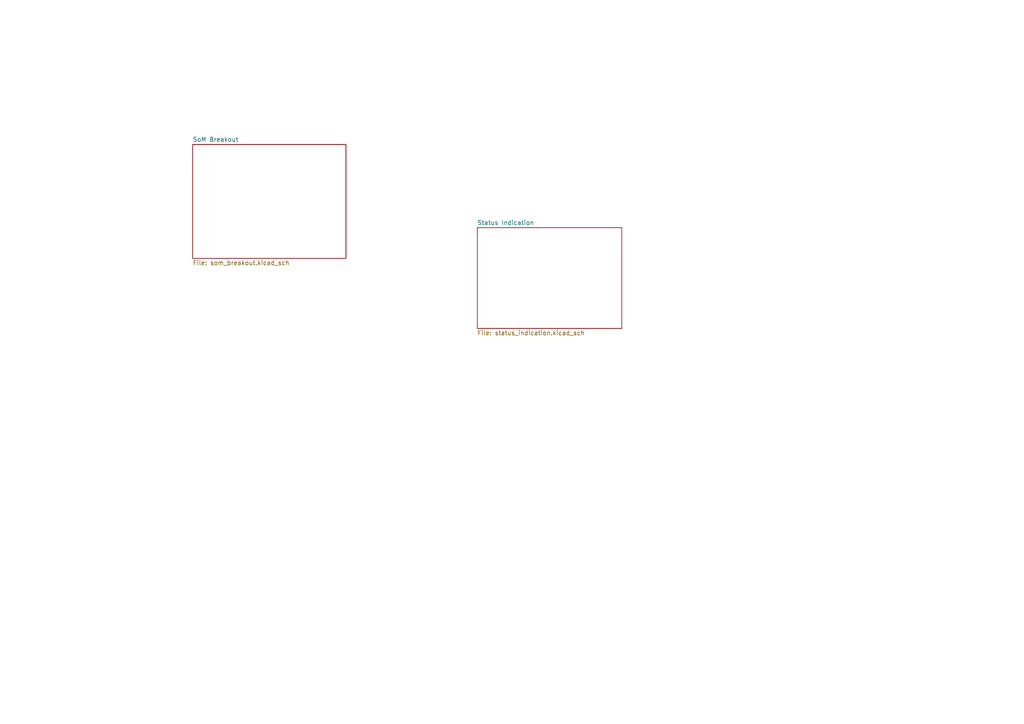
<source format=kicad_sch>
(kicad_sch
	(version 20250114)
	(generator "eeschema")
	(generator_version "9.0")
	(uuid "7f902e4f-8721-41aa-b7ec-a033316804b9")
	(paper "A4")
	(lib_symbols)
	(sheet
		(at 138.43 66.04)
		(size 41.91 29.21)
		(exclude_from_sim no)
		(in_bom yes)
		(on_board yes)
		(dnp no)
		(fields_autoplaced yes)
		(stroke
			(width 0.1524)
			(type solid)
		)
		(fill
			(color 0 0 0 0.0000)
		)
		(uuid "2e1bbcac-dd6c-4b07-8420-039016d4a234")
		(property "Sheetname" "Status Indication"
			(at 138.43 65.3284 0)
			(effects
				(font
					(size 1.27 1.27)
				)
				(justify left bottom)
			)
		)
		(property "Sheetfile" "status_indication.kicad_sch"
			(at 138.43 95.8346 0)
			(effects
				(font
					(size 1.27 1.27)
				)
				(justify left top)
			)
		)
		(instances
			(project "ProtoCarrier_v1"
				(path "/7f902e4f-8721-41aa-b7ec-a033316804b9"
					(page "3")
				)
			)
		)
	)
	(sheet
		(at 55.88 41.91)
		(size 44.45 33.02)
		(exclude_from_sim no)
		(in_bom yes)
		(on_board yes)
		(dnp no)
		(fields_autoplaced yes)
		(stroke
			(width 0.1524)
			(type solid)
		)
		(fill
			(color 0 0 0 0.0000)
		)
		(uuid "b1e6184c-d12c-4c60-84cc-29467e39720d")
		(property "Sheetname" "SoM Breakout"
			(at 55.88 41.1984 0)
			(effects
				(font
					(size 1.27 1.27)
				)
				(justify left bottom)
			)
		)
		(property "Sheetfile" "som_breakout.kicad_sch"
			(at 55.88 75.5146 0)
			(effects
				(font
					(size 1.27 1.27)
				)
				(justify left top)
			)
		)
		(instances
			(project "ProtoCarrier_v1"
				(path "/7f902e4f-8721-41aa-b7ec-a033316804b9"
					(page "2")
				)
			)
		)
	)
	(sheet_instances
		(path "/"
			(page "1")
		)
	)
	(embedded_fonts no)
)

</source>
